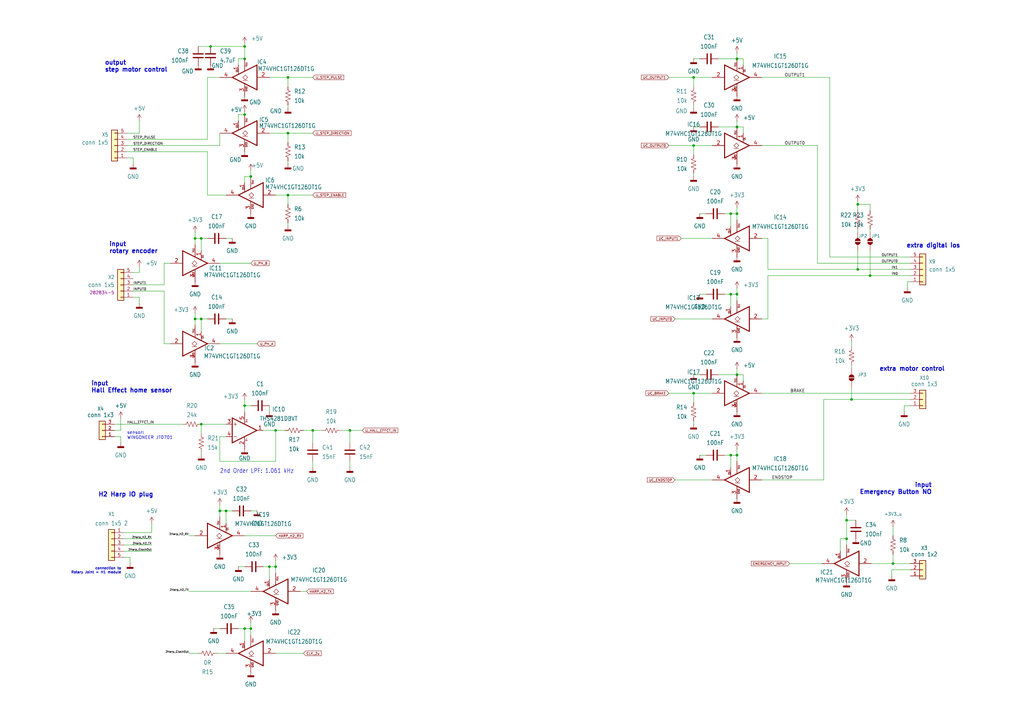
<source format=kicad_sch>
(kicad_sch (version 20250114) (generator "eeschema") (generator_version "9.0")
  (paper "A3")
  (text "input\nEmergency Button NO" (at 382.27 202.946 0) (effects (font (size 1.778 1.778) (thickness 0.3556) (bold yes)) (justify right bottom)))
  (text "input\nrotary encoder" (at 44.704 104.14 0) (effects (font (size 1.778 1.778) (thickness 0.3556) (bold yes)) (justify left bottom)))
  (text "output\nstep motor control" (at 42.926 29.718 0) (effects (font (size 1.778 1.778) (thickness 0.3556) (bold yes)) (justify left bottom)))
  (text "extra motor control" (at 387.604 152.4 0) (effects (font (size 1.778 1.778) (thickness 0.3556) (bold yes)) (justify right bottom)))
  (text "sensor:\nWINGONEER JT0701" (at 52.07 180.34 0) (effects (font (size 1.27 1.27)) (justify left bottom)))
  (text "input\nHall Effect home sensor" (at 37.338 161.29 0) (effects (font (size 1.778 1.778) (thickness 0.3556) (bold yes)) (justify left bottom)))
  (text "H2 Harp IO plug" (at 62.992 203.962 0) (effects (font (size 1.778 1.778) (thickness 0.3556) (bold yes)) (justify right bottom)))
  (text "connection to\nRotary Joint = H1 module" (at 49.784 235.458 0) (effects (font (size 1.016 1.016) (thickness 0.2032) (bold yes)) (justify right bottom)))
  (text "2nd Order LPF: 1.061 kHz" (at 90.17 194.31 0) (effects (font (size 1.778 1.5113)) (justify left bottom)))
  (text "extra digital ios" (at 393.954 101.854 0) (effects (font (size 1.778 1.778) (thickness 0.3556) (bold yes)) (justify right bottom)))
  (junction (at 86.36 19.05))
  (junction (at 82.55 97.79))
  (junction (at 299.72 120.65))
  (junction (at 80.01 97.79))
  (junction (at 299.72 186.69))
  (junction (at 356.87 113.03))
  (junction (at 118.11 54.61))
  (junction (at 347.218 213.36))
  (junction (at 302.26 24.13))
  (junction (at 113.03 176.53))
  (junction (at 113.03 232.41))
  (junction (at 299.72 87.63))
  (junction (at 351.79 83.82))
  (junction (at 351.79 110.49))
  (junction (at 366.268 231.14))
  (junction (at 302.26 186.69))
  (junction (at 118.11 80.01))
  (junction (at 102.87 257.81))
  (junction (at 100.33 166.37))
  (junction (at 284.48 31.75))
  (junction (at 302.26 87.63))
  (junction (at 80.01 130.81))
  (junction (at 302.26 153.67))
  (junction (at 284.48 161.29))
  (junction (at 82.55 173.99))
  (junction (at 118.11 31.75))
  (junction (at 110.49 232.41))
  (junction (at 284.48 59.69))
  (junction (at 349.25 163.83))
  (junction (at 302.26 120.65))
  (junction (at 92.71 209.55))
  (junction (at 100.33 24.13))
  (junction (at 100.33 257.81))
  (junction (at 90.17 209.55))
  (junction (at 143.51 176.53))
  (junction (at 100.33 46.99))
  (junction (at 302.26 52.07))
  (junction (at 102.87 72.39))
  (junction (at 128.27 176.53))
  (junction (at 82.55 130.81))
  (junction (at 347.218 220.98))
  (junction (at 100.33 19.05))
  (wire (pts (xy 52.07 64.77) (xy 54.61 64.77)) (stroke (width 0.1524)))
  (wire (pts (xy 302.26 21.59) (xy 302.26 24.13)))
  (wire (pts (xy 314.96 110.49) (xy 314.96 97.79)) (stroke (width 0.1524)))
  (wire (pts (xy 107.95 176.53) (xy 113.03 176.53)) (stroke (width 0.1524)))
  (wire (pts (xy 113.03 176.53) (xy 116.84 176.53)) (stroke (width 0.1524)))
  (wire (pts (xy 284.48 71.12) (xy 284.48 72.39)) (stroke (width 0.1524)))
  (wire (pts (xy 52.07 54.61) (xy 57.15 54.61)) (stroke (width 0.1524)))
  (wire (pts (xy 90.17 257.81) (xy 87.63 257.81)) (stroke (width 0.1524)))
  (wire (pts (xy 67.31 119.38) (xy 54.61 119.38)) (stroke (width 0.1524)))
  (wire (pts (xy 128.27 176.53) (xy 132.08 176.53)) (stroke (width 0.1524)))
  (wire (pts (xy 67.31 107.95) (xy 69.85 107.95)) (stroke (width 0.1524)))
  (wire (pts (xy 105.41 209.55) (xy 102.87 209.55)) (stroke (width 0.1524)))
  (wire (pts (xy 373.38 115.57) (xy 372.11 115.57)) (stroke (width 0.1524)))
  (wire (pts (xy 85.09 80.01) (xy 92.71 80.01)) (stroke (width 0.1524)))
  (wire (pts (xy 128.27 181.61) (xy 128.27 176.53)) (stroke (width 0.1524)))
  (wire (pts (xy 351.79 83.82) (xy 356.87 83.82)))
  (wire (pts (xy 312.42 196.85) (xy 337.82 196.85)) (stroke (width 0.1524)))
  (wire (pts (xy 85.09 130.81) (xy 82.55 130.81)) (stroke (width 0.1524)))
  (wire (pts (xy 299.72 87.63) (xy 302.26 87.63)) (stroke (width 0.1524)))
  (wire (pts (xy 54.61 121.92) (xy 57.15 121.92)) (stroke (width 0.1524)))
  (wire (pts (xy 90.17 189.23) (xy 90.17 179.07)) (stroke (width 0.1524)))
  (wire (pts (xy 312.42 59.69) (xy 335.28 59.69)) (stroke (width 0.1524)))
  (wire (pts (xy 113.03 80.01) (xy 118.11 80.01)) (stroke (width 0.1524)))
  (wire (pts (xy 50.8 223.52) (xy 62.23 223.52)) (stroke (width 0.1524)))
  (wire (pts (xy 302.26 151.13) (xy 302.26 153.67)))
  (wire (pts (xy 302.26 186.69) (xy 302.26 184.15)) (stroke (width 0.1524)))
  (wire (pts (xy 289.56 120.65) (xy 287.02 120.65)) (stroke (width 0.1524)))
  (wire (pts (xy 143.51 189.23) (xy 143.51 191.77)) (stroke (width 0.1524)))
  (wire (pts (xy 92.71 214.63) (xy 92.71 209.55)) (stroke (width 0.1524)))
  (wire (pts (xy 118.11 54.61) (xy 128.27 54.61)) (stroke (width 0.1524)))
  (wire (pts (xy 100.33 17.78) (xy 100.33 19.05)))
  (wire (pts (xy 90.17 179.07) (xy 92.71 179.07)) (stroke (width 0.1524)))
  (wire (pts (xy 337.058 231.14) (xy 323.85 231.14)))
  (wire (pts (xy 302.26 120.65) (xy 302.26 118.11)) (stroke (width 0.1524)))
  (wire (pts (xy 100.33 19.05) (xy 100.33 24.13)))
  (wire (pts (xy 284.48 43.18) (xy 284.48 44.45)) (stroke (width 0.1524)))
  (wire (pts (xy 284.48 31.75) (xy 284.48 35.56)) (stroke (width 0.1524)))
  (wire (pts (xy 52.07 59.69) (xy 90.17 59.69)) (stroke (width 0.1524)))
  (wire (pts (xy 284.48 172.72) (xy 284.48 173.99)))
  (wire (pts (xy 100.33 166.37) (xy 102.87 166.37)) (stroke (width 0.1524)))
  (wire (pts (xy 344.678 220.98) (xy 347.218 220.98)) (stroke (width 0.1524)))
  (wire (pts (xy 50.8 226.06) (xy 62.23 226.06)))
  (wire (pts (xy 292.1 59.69) (xy 284.48 59.69)) (stroke (width 0.1524)))
  (wire (pts (xy 85.09 57.15) (xy 85.09 31.75)) (stroke (width 0.1524)))
  (wire (pts (xy 54.61 64.77) (xy 54.61 67.31)) (stroke (width 0.1524)))
  (wire (pts (xy 365.76 233.68) (xy 373.38 233.68)) (stroke (width 0.1524)))
  (wire (pts (xy 302.26 153.67) (xy 294.64 153.67)) (stroke (width 0.1524)))
  (wire (pts (xy 297.18 120.65) (xy 299.72 120.65)) (stroke (width 0.1524)))
  (wire (pts (xy 95.25 209.55) (xy 92.71 209.55)) (stroke (width 0.1524)))
  (wire (pts (xy 82.55 97.79) (xy 80.01 97.79)) (stroke (width 0.1524)))
  (wire (pts (xy 314.96 97.79) (xy 312.42 97.79)) (stroke (width 0.1524)))
  (wire (pts (xy 347.218 210.82) (xy 347.218 213.36)))
  (wire (pts (xy 356.87 113.03) (xy 373.38 113.03)) (stroke (width 0.1524)))
  (wire (pts (xy 52.07 57.15) (xy 85.09 57.15)) (stroke (width 0.1524)))
  (wire (pts (xy 81.28 19.05) (xy 86.36 19.05)))
  (wire (pts (xy 284.48 161.29) (xy 274.32 161.29)) (stroke (width 0.1524)))
  (wire (pts (xy 50.8 218.44) (xy 62.23 218.44)) (stroke (width 0.1524)))
  (wire (pts (xy 67.31 140.97) (xy 67.31 119.38)) (stroke (width 0.1524)))
  (wire (pts (xy 304.8 26.67) (xy 304.8 24.13)) (stroke (width 0.1524)))
  (wire (pts (xy 110.49 232.41) (xy 113.03 232.41)) (stroke (width 0.1524)))
  (wire (pts (xy 366.268 227.33) (xy 366.268 231.14)) (stroke (width 0.1524)))
  (wire (pts (xy 115.57 267.97) (xy 124.46 267.97)))
  (wire (pts (xy 287.02 153.67) (xy 284.48 153.67)) (stroke (width 0.1524)))
  (wire (pts (xy 373.38 105.41) (xy 340.36 105.41)) (stroke (width 0.1524)))
  (wire (pts (xy 294.64 24.13) (xy 302.26 24.13)) (stroke (width 0.1524)))
  (wire (pts (xy 118.11 43.18) (xy 118.11 44.45)) (stroke (width 0.1524)))
  (wire (pts (xy 80.01 95.25) (xy 80.01 97.79)) (stroke (width 0.1524)))
  (wire (pts (xy 304.8 52.07) (xy 302.26 52.07)) (stroke (width 0.1524)))
  (wire (pts (xy 97.79 257.81) (xy 100.33 257.81)) (stroke (width 0.1524)))
  (wire (pts (xy 69.85 140.97) (xy 67.31 140.97)) (stroke (width 0.1524)))
  (wire (pts (xy 110.49 54.61) (xy 118.11 54.61)) (stroke (width 0.1524)))
  (wire (pts (xy 113.03 189.23) (xy 90.17 189.23)) (stroke (width 0.1524)))
  (wire (pts (xy 97.79 49.53) (xy 97.79 46.99)) (stroke (width 0.1524)))
  (wire (pts (xy 373.38 107.95) (xy 335.28 107.95)) (stroke (width 0.1524)))
  (wire (pts (xy 100.33 45.72) (xy 100.33 46.99)))
  (wire (pts (xy 86.36 19.05) (xy 100.33 19.05)))
  (wire (pts (xy 314.96 110.49) (xy 351.79 110.49)) (stroke (width 0.1524)))
  (wire (pts (xy 100.33 232.41) (xy 97.79 232.41)) (stroke (width 0.1524)))
  (wire (pts (xy 366.268 218.44) (xy 366.268 215.9)))
  (wire (pts (xy 102.87 242.57) (xy 77.47 242.57)) (stroke (width 0.1524)))
  (wire (pts (xy 100.33 72.39) (xy 102.87 72.39)) (stroke (width 0.1524)))
  (wire (pts (xy 349.25 139.7) (xy 349.25 142.24)))
  (wire (pts (xy 50.8 228.6) (xy 53.34 228.6)) (stroke (width 0.1524)))
  (wire (pts (xy 90.17 207.01) (xy 90.17 209.55)) (stroke (width 0.1524)))
  (wire (pts (xy 287.02 87.63) (xy 289.56 87.63)) (stroke (width 0.1524)))
  (wire (pts (xy 85.09 97.79) (xy 82.55 97.79)) (stroke (width 0.1524)))
  (wire (pts (xy 302.26 52.07) (xy 294.64 52.07)) (stroke (width 0.1524)))
  (wire (pts (xy 292.1 97.79) (xy 279.4 97.79)) (stroke (width 0.1524)))
  (wire (pts (xy 299.72 125.73) (xy 299.72 120.65)) (stroke (width 0.1524)))
  (wire (pts (xy 123.19 242.57) (xy 125.73 242.57)) (stroke (width 0.1524)))
  (wire (pts (xy 299.72 120.65) (xy 302.26 120.65)) (stroke (width 0.1524)))
  (wire (pts (xy 366.268 218.44) (xy 366.268 219.71)) (stroke (width 0.1524)))
  (wire (pts (xy 349.25 158.75) (xy 349.25 163.83)))
  (wire (pts (xy 287.02 24.13) (xy 284.48 24.13)) (stroke (width 0.1524)))
  (wire (pts (xy 110.49 237.49) (xy 110.49 232.41)) (stroke (width 0.1524)))
  (wire (pts (xy 118.11 31.75) (xy 128.27 31.75)) (stroke (width 0.1524)))
  (wire (pts (xy 80.01 97.79) (xy 80.01 100.33)) (stroke (width 0.1524)))
  (wire (pts (xy 118.11 80.01) (xy 128.27 80.01)) (stroke (width 0.1524)))
  (wire (pts (xy 118.11 57.15) (xy 118.11 54.61)) (stroke (width 0.1524)))
  (wire (pts (xy 292.1 130.81) (xy 276.86 130.81)) (stroke (width 0.1524)))
  (wire (pts (xy 302.26 87.63) (xy 302.26 90.17)) (stroke (width 0.1524)))
  (wire (pts (xy 373.38 166.37) (xy 370.84 166.37)) (stroke (width 0.1524)))
  (wire (pts (xy 50.8 220.98) (xy 62.23 220.98)) (stroke (width 0.1524)))
  (wire (pts (xy 372.11 115.57) (xy 372.11 118.11)) (stroke (width 0.1524)))
  (wire (pts (xy 85.09 80.01) (xy 85.09 62.23)) (stroke (width 0.1524)))
  (wire (pts (xy 356.87 102.87) (xy 356.87 113.03)))
  (wire (pts (xy 304.8 24.13) (xy 302.26 24.13)) (stroke (width 0.1524)))
  (wire (pts (xy 302.26 49.53) (xy 302.26 52.07)))
  (wire (pts (xy 57.15 49.53) (xy 57.15 54.61)) (stroke (width 0.1524)))
  (wire (pts (xy 292.1 196.85) (xy 276.86 196.85)) (stroke (width 0.1524)))
  (wire (pts (xy 67.31 116.84) (xy 54.61 116.84)) (stroke (width 0.1524)))
  (wire (pts (xy 113.03 176.53) (xy 113.03 189.23)) (stroke (width 0.1524)))
  (wire (pts (xy 92.71 173.99) (xy 82.55 173.99)) (stroke (width 0.1524)))
  (wire (pts (xy 304.8 153.67) (xy 302.26 153.67)) (stroke (width 0.1524)))
  (wire (pts (xy 82.55 130.81) (xy 80.01 130.81)) (stroke (width 0.1524)))
  (wire (pts (xy 118.11 57.15) (xy 118.11 58.42)))
  (wire (pts (xy 314.96 113.03) (xy 356.87 113.03)) (stroke (width 0.1524)))
  (wire (pts (xy 113.03 232.41) (xy 113.03 229.87)) (stroke (width 0.1524)))
  (wire (pts (xy 304.8 54.61) (xy 304.8 52.07)) (stroke (width 0.1524)))
  (wire (pts (xy 74.93 173.99) (xy 46.99 173.99)) (stroke (width 0.1524)))
  (wire (pts (xy 49.53 179.07) (xy 49.53 181.61)) (stroke (width 0.1524)))
  (wire (pts (xy 85.09 62.23) (xy 52.07 62.23)) (stroke (width 0.1524)))
  (wire (pts (xy 302.26 186.69) (xy 302.26 189.23)) (stroke (width 0.1524)))
  (wire (pts (xy 304.8 156.21) (xy 304.8 153.67)) (stroke (width 0.1524)))
  (wire (pts (xy 284.48 59.69) (xy 284.48 63.5)) (stroke (width 0.1524)))
  (wire (pts (xy 351.79 102.87) (xy 351.79 110.49)))
  (wire (pts (xy 82.55 102.87) (xy 82.55 97.79)) (stroke (width 0.1524)))
  (wire (pts (xy 82.55 173.99) (xy 82.55 176.53)) (stroke (width 0.1524)))
  (wire (pts (xy 299.72 92.71) (xy 299.72 87.63)) (stroke (width 0.1524)))
  (wire (pts (xy 46.99 176.53) (xy 49.53 176.53)) (stroke (width 0.1524)))
  (wire (pts (xy 302.26 120.65) (xy 302.26 123.19)) (stroke (width 0.1524)))
  (wire (pts (xy 100.33 74.93) (xy 100.33 72.39)) (stroke (width 0.1524)))
  (wire (pts (xy 118.11 91.44) (xy 118.11 92.71)))
  (wire (pts (xy 118.11 66.04) (xy 118.11 67.31)))
  (wire (pts (xy 100.33 166.37) (xy 100.33 168.91)) (stroke (width 0.1524)))
  (wire (pts (xy 369.57 231.14) (xy 373.38 231.14)))
  (wire (pts (xy 62.23 214.63) (xy 62.23 218.44)) (stroke (width 0.1524)))
  (wire (pts (xy 95.25 97.79) (xy 92.71 97.79)) (stroke (width 0.1524)))
  (wire (pts (xy 347.218 220.98) (xy 347.218 223.52)) (stroke (width 0.1524)))
  (wire (pts (xy 100.33 262.89) (xy 100.33 257.81)) (stroke (width 0.1524)))
  (wire (pts (xy 299.72 191.77) (xy 299.72 186.69)) (stroke (width 0.1524)))
  (wire (pts (xy 297.18 87.63) (xy 299.72 87.63)) (stroke (width 0.1524)))
  (wire (pts (xy 349.25 163.83) (xy 373.38 163.83)) (stroke (width 0.1524)))
  (wire (pts (xy 124.46 176.53) (xy 128.27 176.53)) (stroke (width 0.1524)))
  (wire (pts (xy 102.87 69.85) (xy 102.87 72.39)))
  (wire (pts (xy 54.61 111.76) (xy 57.15 111.76)) (stroke (width 0.1524)))
  (wire (pts (xy 312.42 31.75) (xy 340.36 31.75)) (stroke (width 0.1524)))
  (wire (pts (xy 284.48 31.75) (xy 274.32 31.75)) (stroke (width 0.1524)))
  (wire (pts (xy 357.378 231.14) (xy 366.268 231.14)) (stroke (width 0.1524)))
  (wire (pts (xy 302.26 85.09) (xy 302.26 87.63)) (stroke (width 0.1524)))
  (wire (pts (xy 90.17 209.55) (xy 90.17 212.09)) (stroke (width 0.1524)))
  (wire (pts (xy 102.87 257.81) (xy 102.87 260.35)) (stroke (width 0.1524)))
  (wire (pts (xy 351.79 83.82) (xy 351.79 86.36)))
  (wire (pts (xy 100.33 163.83) (xy 100.33 166.37)) (stroke (width 0.1524)))
  (wire (pts (xy 337.82 196.85) (xy 337.82 163.83)) (stroke (width 0.1524)))
  (wire (pts (xy 139.7 176.53) (xy 143.51 176.53)) (stroke (width 0.1524)))
  (wire (pts (xy 312.42 130.81) (xy 314.96 130.81)) (stroke (width 0.1524)))
  (wire (pts (xy 49.53 176.53) (xy 49.53 171.45)) (stroke (width 0.1524)))
  (wire (pts (xy 100.33 219.71) (xy 113.03 219.71)) (stroke (width 0.1524)))
  (wire (pts (xy 82.55 135.89) (xy 82.55 130.81)) (stroke (width 0.1524)))
  (wire (pts (xy 90.17 107.95) (xy 102.87 107.95)) (stroke (width 0.1524)))
  (wire (pts (xy 97.79 46.99) (xy 100.33 46.99)) (stroke (width 0.1524)))
  (wire (pts (xy 284.48 59.69) (xy 274.32 59.69)) (stroke (width 0.1524)))
  (wire (pts (xy 299.72 186.69) (xy 302.26 186.69)) (stroke (width 0.1524)))
  (wire (pts (xy 292.1 161.29) (xy 284.48 161.29)) (stroke (width 0.1524)))
  (wire (pts (xy 347.218 213.36) (xy 347.218 220.98)) (stroke (width 0.1524)))
  (wire (pts (xy 113.03 267.97) (xy 115.57 267.97)) (stroke (width 0.1524)))
  (wire (pts (xy 297.18 186.69) (xy 299.72 186.69)) (stroke (width 0.1524)))
  (wire (pts (xy 366.268 231.14) (xy 369.57 231.14)) (stroke (width 0.1524)))
  (wire (pts (xy 356.87 83.82) (xy 356.87 86.36)))
  (wire (pts (xy 53.34 231.14) (xy 53.34 228.6)) (stroke (width 0.1524)))
  (wire (pts (xy 113.03 232.41) (xy 113.03 234.95)) (stroke (width 0.1524)))
  (wire (pts (xy 347.218 213.36) (xy 351.028 213.36)))
  (wire (pts (xy 312.42 161.29) (xy 373.38 161.29)) (stroke (width 0.1524)))
  (wire (pts (xy 287.02 52.07) (xy 284.48 52.07)) (stroke (width 0.1524)))
  (wire (pts (xy 335.28 107.95) (xy 335.28 59.69)) (stroke (width 0.1524)))
  (wire (pts (xy 118.11 80.01) (xy 118.11 83.82)))
  (wire (pts (xy 46.99 179.07) (xy 49.53 179.07)) (stroke (width 0.1524)))
  (wire (pts (xy 57.15 111.76) (xy 57.15 109.22)) (stroke (width 0.1524)))
  (wire (pts (xy 351.79 82.55) (xy 351.79 83.82)))
  (wire (pts (xy 57.15 121.92) (xy 57.15 124.46)) (stroke (width 0.1524)))
  (wire (pts (xy 344.678 226.06) (xy 344.678 220.98)) (stroke (width 0.1524)))
  (wire (pts (xy 356.87 93.98) (xy 356.87 95.25)))
  (wire (pts (xy 143.51 176.53) (xy 148.59 176.53)) (stroke (width 0.1524)))
  (wire (pts (xy 92.71 209.55) (xy 90.17 209.55)) (stroke (width 0.1524)))
  (wire (pts (xy 85.09 31.75) (xy 90.17 31.75)) (stroke (width 0.1524)))
  (wire (pts (xy 110.49 31.75) (xy 118.11 31.75)) (stroke (width 0.1524)))
  (wire (pts (xy 110.49 168.91) (xy 110.49 166.37)) (stroke (width 0.1524)))
  (wire (pts (xy 77.47 219.71) (xy 80.01 219.71)) (stroke (width 0.1524)))
  (wire (pts (xy 370.84 166.37) (xy 370.84 168.91)) (stroke (width 0.1524)))
  (wire (pts (xy 314.96 130.81) (xy 314.96 113.03)) (stroke (width 0.1524)))
  (wire (pts (xy 81.28 267.97) (xy 77.47 267.97)) (stroke (width 0.1524)))
  (wire (pts (xy 351.79 110.49) (xy 373.38 110.49)) (stroke (width 0.1524)))
  (wire (pts (xy 102.87 257.81) (xy 102.87 255.27)) (stroke (width 0.1524)))
  (wire (pts (xy 92.71 267.97) (xy 88.9 267.97)) (stroke (width 0.1524)))
  (wire (pts (xy 292.1 31.75) (xy 284.48 31.75)) (stroke (width 0.1524)))
  (wire (pts (xy 128.27 189.23) (xy 128.27 191.77)) (stroke (width 0.1524)))
  (wire (pts (xy 365.76 233.68) (xy 365.76 236.22)) (stroke (width 0.1524)))
  (wire (pts (xy 92.71 130.81) (xy 95.25 130.81)) (stroke (width 0.1524)))
  (wire (pts (xy 82.55 176.53) (xy 82.55 177.8)))
  (wire (pts (xy 80.01 130.81) (xy 80.01 128.27)) (stroke (width 0.1524)))
  (wire (pts (xy 340.36 105.41) (xy 340.36 31.75)) (stroke (width 0.1524)))
  (wire (pts (xy 143.51 176.53) (xy 143.51 181.61)) (stroke (width 0.1524)))
  (wire (pts (xy 80.01 130.81) (xy 80.01 133.35)) (stroke (width 0.1524)))
  (wire (pts (xy 90.17 140.97) (xy 105.41 140.97)) (stroke (width 0.1524)))
  (wire (pts (xy 67.31 116.84) (xy 67.31 107.95)) (stroke (width 0.1524)))
  (wire (pts (xy 90.17 59.69) (xy 90.17 54.61)) (stroke (width 0.1524)))
  (wire (pts (xy 289.56 186.69) (xy 287.02 186.69)) (stroke (width 0.1524)))
  (wire (pts (xy 97.79 24.13) (xy 100.33 24.13)) (stroke (width 0.1524)))
  (wire (pts (xy 351.79 93.98) (xy 351.79 95.25)))
  (wire (pts (xy 82.55 185.42) (xy 82.55 186.69)))
  (wire (pts (xy 284.48 161.29) (xy 284.48 165.1)))
  (wire (pts (xy 107.95 232.41) (xy 110.49 232.41)) (stroke (width 0.1524)))
  (wire (pts (xy 337.82 163.83) (xy 349.25 163.83)) (stroke (width 0.1524)))
  (wire (pts (xy 97.79 26.67) (xy 97.79 24.13)) (stroke (width 0.1524)))
  (wire (pts (xy 100.33 257.81) (xy 102.87 257.81)) (stroke (width 0.1524)))
  (wire (pts (xy 349.25 149.86) (xy 349.25 151.13)))
  (wire (pts (xy 118.11 31.75) (xy 118.11 35.56)) (stroke (width 0.1524)))
  (label "IN0" (at 368.3 113.03 180) (effects (font (size 0.9957 0.9957))))
  (label "OUTPUT0" (at 330.2 59.69 180) (effects (font (size 1.2446 1.2446))))
  (label "STEP_DIRECTION" (at 54.61 59.69 0) (effects (font (size 0.9957 0.9957))))
  (label "INPUT1" (at 54.61 116.84 0) (effects (font (size 0.9957 0.9957))))
  (label "2Harp_H2_RX" (at 62.23 220.98 180) (effects (font (size 0.8 0.8))))
  (label "OUTPUT0" (at 368.3 107.95 180) (effects (font (size 0.9957 0.9957))))
  (label "2Harp_ClockOut" (at 77.47 267.97 180) (effects (font (size 0.8 0.8))))
  (label "2Harp_H2_TX" (at 77.47 242.57 180) (effects (font (size 0.8 0.8))))
  (label "STEP_PULSE" (at 54.61 57.15 0) (effects (font (size 0.9957 0.9957))))
  (label "INPUT0" (at 54.61 119.38 0) (effects (font (size 0.9957 0.9957))))
  (label "OUTPUT1" (at 368.3 105.41 180) (effects (font (size 0.9957 0.9957))))
  (label "OUTPUT1" (at 330.2 31.75 180) (effects (font (size 1.2446 1.2446))))
  (label "2Harp_ClockOut" (at 62.23 226.06 180) (effects (font (size 0.8 0.8))))
  (label "HALL_EFFCT_IN" (at 52.07 173.99 0) (effects (font (size 0.9957 0.9957))))
  (label "IN1" (at 368.3 110.49 180) (effects (font (size 0.9957 0.9957))))
  (label "BRAKE" (at 330.2 161.29 180) (effects (font (size 1.2446 1.2446))))
  (label "ENDSTOP" (at 325.12 196.85 180) (effects (font (size 1.2446 1.2446))))
  (label "2Harp_H2_TX" (at 62.23 223.52 180) (effects (font (size 0.8 0.8))))
  (label "2Harp_H2_RX" (at 77.47 219.71 180) (effects (font (size 0.8 0.8))))
  (label "STEP_ENABLE" (at 54.61 62.23 0) (effects (font (size 0.9957 0.9957))))
  (global_label "UC_OUTPUT0" (shape input) (at 274.32 59.69 180) (effects (font (size 0.9957 0.9957))) (property "Intersheetrefs" "${INTERSHEET_REFS}" (effects (hide yes))))
  (global_label "U_HALL_EFFCT_IN" (shape input) (at 148.59 176.53 0) (effects (font (size 0.9957 0.9957))) (property "Intersheetrefs" "${INTERSHEET_REFS}" (effects (hide yes))))
  (global_label "U_PH_A" (shape input) (at 105.41 140.97 0) (effects (font (size 0.9957 0.9957))) (property "Intersheetrefs" "${INTERSHEET_REFS}" (effects (hide yes))))
  (global_label "U_STEP_DIRECTION" (shape input) (at 128.27 54.61 0) (effects (font (size 0.9957 0.9957))) (property "Intersheetrefs" "${INTERSHEET_REFS}" (effects (hide yes))))
  (global_label "U_PH_B" (shape input) (at 102.87 107.95 0) (effects (font (size 0.9957 0.9957))) (property "Intersheetrefs" "${INTERSHEET_REFS}" (effects (hide yes))))
  (global_label "UC_INPUT1" (shape input) (at 279.4 97.79 180) (effects (font (size 0.9957 0.9957))) (property "Intersheetrefs" "${INTERSHEET_REFS}" (effects (hide yes))))
  (global_label "EMERGENCY_INPUT" (shape input) (at 323.85 231.14 180) (effects (font (size 0.9957 0.9957))) (property "Intersheetrefs" "${INTERSHEET_REFS}" (effects (hide yes))))
  (global_label "U_STEP_ENABLE" (shape input) (at 128.27 80.01 0) (effects (font (size 0.9957 0.9957))) (property "Intersheetrefs" "${INTERSHEET_REFS}" (effects (hide yes))))
  (global_label "U_STEP_PULSE" (shape input) (at 128.27 31.75 0) (effects (font (size 0.9957 0.9957))) (property "Intersheetrefs" "${INTERSHEET_REFS}" (effects (hide yes))))
  (global_label "UC_INPUT0" (shape input) (at 276.86 130.81 180) (effects (font (size 0.9957 0.9957))) (property "Intersheetrefs" "${INTERSHEET_REFS}" (effects (hide yes))))
  (global_label "CLK_2u" (shape input) (at 124.46 267.97 0) (effects (font (size 0.9957 0.9957))) (property "Intersheetrefs" "${INTERSHEET_REFS}" (effects (hide yes))))
  (global_label "HARP_H2_RX" (shape input) (at 113.03 219.71 0) (effects (font (size 0.9957 0.9957))) (property "Intersheetrefs" "${INTERSHEET_REFS}" (effects (hide yes))))
  (global_label "HARP_H2_TX" (shape input) (at 125.73 242.57 0) (effects (font (size 0.9957 0.9957))) (property "Intersheetrefs" "${INTERSHEET_REFS}" (effects (hide yes))))
  (global_label "UC_BRAKE" (shape input) (at 274.32 161.29 180) (effects (font (size 0.9957 0.9957))) (property "Intersheetrefs" "${INTERSHEET_REFS}" (effects (hide yes))))
  (global_label "UC_OUTPUT1" (shape input) (at 274.32 31.75 180) (effects (font (size 0.9957 0.9957))) (property "Intersheetrefs" "${INTERSHEET_REFS}" (effects (hide yes))))
  (global_label "UC_ENDSTOP" (shape input) (at 276.86 196.85 180) (effects (font (size 0.9957 0.9957))) (property "Intersheetrefs" "${INTERSHEET_REFS}" (effects (hide yes))))
  (symbol (lib_id "Device:R_US") (at 349.25 146.05 0) (mirror x) (unit 1)
    (property "Reference" "R16" (at 346.71 144.145 0) (effects (font (size 1.778 1.5113)) (justify right)))
    (property "Value" "10k" (at 346.71 147.955 0) (effects (font (size 1.778 1.5113)) (justify right)))
    (property "Footprint" "Resistor_SMD:R_0402_1005Metric" (effects (hide yes)))
    (property "MPN" "ERJ-2RKF1002X" (effects (hide yes)))
    (property "OEPSPN" "OEPS020013" (effects (hide yes)))
  )
  (symbol (lib_id "power:GNDD") (at 80.01 115.57 0) (mirror y) (unit 1)
    (property "Reference" "#GND19" (effects (hide yes)))
    (property "Value" "GND" (at 80.01 120.65 0) (effects (font (size 1.778 1.5113))))
  )
  (symbol (lib_id "power:GNDD") (at 284.48 52.07 0) (unit 1)
    (property "Reference" "#GND66" (effects (hide yes)))
    (property "Value" "GND" (at 284.48 57.15 0) (effects (font (size 1.778 1.5113))))
  )
  (symbol (lib_id "power:+5V") (at 102.87 69.85 0) (mirror y) (unit 1)
    (property "Reference" "#P+13" (effects (hide yes)))
    (property "Value" "+5V" (at 103.124 67.818 0) (effects (font (size 1.778 1.5113)) (justify right)))
  )
  (symbol (lib_id "Connector_Generic:Conn_01x03") (at 41.91 176.53 180) (unit 1)
    (property "Reference" "X4" (at 41.275 167.64 0) (effects (font (size 1.524 1.2954))))
    (property "Value" "conn 1x3" (at 41.275 170.18 0) (effects (font (size 1.778 1.5113))))
    (property "Footprint" "FastStepper PCBLib:22-23-2031" (effects (hide yes)))
    (property "Description" ".100\" (2.54mm) Center Header - 3 Pin" (effects (hide yes)))
    (property "MPN" "282834-3" (effects (hide yes)))
    (property "OEPSPN" "OEPS070035" (effects (hide yes)))
  )
  (symbol (lib_id "power:+3V3") (at 302.26 118.11 0) (unit 1)
    (property "Reference" "#+3V1" (effects (hide yes)))
    (property "Value" "+3V3" (at 304.8 116.84 0) (effects (font (size 1.778 1.5113)) (justify left)))
  )
  (symbol (lib_id "power:GNDD") (at 102.87 275.59 0) (unit 1)
    (property "Reference" "#GND073" (effects (hide yes)))
    (property "Value" "GND" (at 102.87 280.67 0) (effects (font (size 1.778 1.5113))))
  )
  (symbol (lib_id "Device:C") (at 128.27 185.42 180) (unit 1)
    (property "Reference" "C41" (at 132.08 183.515 0) (effects (font (size 1.778 1.5113)) (justify right)))
    (property "Value" "15nF" (at 132.08 187.325 0) (effects (font (size 1.778 1.5113)) (justify right)))
    (property "Footprint" "Capacitor_SMD:C_0402_1005Metric" (effects (hide yes)))
    (property "MPN" "CGA2B3X7R1V153K050BB" (effects (hide yes)))
    (property "OEPSPN" "OEPS010023" (effects (hide yes)))
  )
  (symbol (lib_id "Connector_Generic:Conn_01x03") (at 378.46 163.83 0) (mirror x) (unit 1)
    (property "Reference" "X10" (at 379.095 154.94 0) (effects (font (size 1.524 1.2954))))
    (property "Value" "conn 1x3" (at 379.095 157.48 0) (effects (font (size 1.778 1.5113))))
    (property "Footprint" "FastStepper PCBLib:22-23-2031" (effects (hide yes)))
    (property "Description" ".100\" (2.54mm) Center Header - 3 Pin" (effects (hide yes)))
    (property "MPN" "282834-3" (effects (hide yes)))
    (property "OEPSPN" "OEPS070035" (effects (hide yes)))
  )
  (symbol (lib_id "power:GNDD") (at 86.36 26.67 0) (unit 1)
    (property "Reference" "#GND085" (effects (hide yes)))
    (property "Value" "GND" (at 89.154 26.924 0) (effects (font (size 1.778 1.5113))))
  )
  (symbol (lib_id "power:+5V") (at 57.15 49.53 0) (mirror y) (unit 1)
    (property "Reference" "#P+1" (effects (hide yes)))
    (property "Value" "+5V" (at 57.15 44.45 0) (effects (font (size 1.778 1.5113))))
  )
  (symbol (lib_id "Device:C") (at 290.83 153.67 270) (mirror x) (unit 1)
    (property "Reference" "C22" (at 290.83 144.78 90) (effects (font (size 1.778 1.5113))))
    (property "Value" "100nF" (at 290.83 148.59 90) (effects (font (size 1.778 1.5113))))
    (property "Footprint" "Capacitor_SMD:C_0402_1005Metric" (effects (hide yes)))
    (property "MPN" "CGA2B3X7R1H104K050BB" (effects (hide yes)))
    (property "OEPSPN" "OEPS010016" (effects (hide yes)))
  )
  (symbol (lib_id "FastStepper SymbLib:OPA365") (at 100.33 176.53 0) (unit 1)
    (property "Reference" "IC10" (at 114.3 167.8557 0) (effects (font (size 1.778 1.5113))))
    (property "Value" "THS4281DBVT" (at 114.3 171.6657 0) (effects (font (size 1.778 1.5113))))
    (property "Footprint" "Package_TO_SOT_SMD:SOT-23-5" (effects (hide yes)))
    (property "MPN" "THS4281DBVT" (effects (hide yes)))
    (property "OEPSPN" "OEPS080038" (effects (hide yes)))
  )
  (symbol (lib_id "FastStepper SymbLib:M74VHC1GT126DT1G") (at 102.87 80.01 0) (mirror y) (unit 1)
    (property "Reference" "IC6" (at 110.744 73.914 0) (effects (font (size 1.778 1.5113))))
    (property "Value" "M74VHC1GT126DT1G" (at 120.396 76.708 0) (effects (font (size 1.778 1.5113))))
    (property "Footprint" "Package_SO:TSOP-5_1.65x3.05mm_P0.95mm" (effects (hide yes)))
    (property "MPN" "M74VHC1GT126DT1G" (effects (hide yes)))
    (property "OEPSPN" "OEPS080017" (effects (hide yes)))
  )
  (symbol (lib_id "Device:C") (at 88.9 97.79 90) (unit 1)
    (property "Reference" "C17" (at 88.9 88.9 90) (effects (font (size 1.778 1.5113))))
    (property "Value" "100nF" (at 88.9 92.71 90) (effects (font (size 1.778 1.5113))))
    (property "Footprint" "Capacitor_SMD:C_0402_1005Metric" (effects (hide yes)))
    (property "MPN" "CGA2B3X7R1H104K050BB" (effects (hide yes)))
    (property "OEPSPN" "OEPS010016" (effects (hide yes)))
  )
  (symbol (lib_id "power:GNDD") (at 53.34 231.14 0) (mirror y) (unit 1)
    (property "Reference" "#GND5" (effects (hide yes)))
    (property "Value" "GND" (at 53.34 236.22 0) (effects (font (size 1.778 1.5113))))
  )
  (symbol (lib_id "power:+3V3") (at 100.33 163.83 0) (mirror y) (unit 1)
    (property "Reference" "#+3V7" (effects (hide yes)))
    (property "Value" "+3V3" (at 97.79 162.56 0) (effects (font (size 1.778 1.5113)) (justify left)))
  )
  (symbol (lib_id "power:GNDD") (at 284.48 72.39 0) (unit 1)
    (property "Reference" "#GND53" (effects (hide yes)))
    (property "Value" "GND" (at 284.48 77.47 0) (effects (font (size 1.778 1.5113))))
  )
  (symbol (lib_id "power:+3V3") (at 351.79 82.55 0) (unit 1)
    (property "Reference" "#+3V017" (effects (hide yes)))
    (property "Value" "+3V3" (at 351.79 77.47 0) (effects (font (size 1.778 1.5113))))
  )
  (symbol (lib_id "power:GNDD") (at 90.17 227.33 0) (mirror y) (unit 1)
    (property "Reference" "#GND09" (effects (hide yes)))
    (property "Value" "GND" (at 90.17 232.41 0) (effects (font (size 1.778 1.5113))))
  )
  (symbol (lib_id "power:GNDD") (at 80.01 148.59 0) (mirror y) (unit 1)
    (property "Reference" "#GND16" (effects (hide yes)))
    (property "Value" "GND" (at 80.01 153.67 0) (effects (font (size 1.778 1.5113))))
  )
  (symbol (lib_id "power:+3V3") (at 349.25 139.7 0) (unit 1)
    (property "Reference" "#+3V018" (effects (hide yes)))
    (property "Value" "+3V3" (at 349.25 134.62 0) (effects (font (size 1.778 1.5113))))
  )
  (symbol (lib_id "FastStepper SymbLib:M74VHC1GT126DT1G") (at 80.01 107.95 0) (unit 1)
    (property "Reference" "IC11" (at 88.392 109.982 0) (effects (font (size 1.778 1.5113))))
    (property "Value" "M74VHC1GT126DT1G" (at 95.25 112.776 0) (effects (font (size 1.778 1.5113))))
    (property "Footprint" "Package_SO:TSOP-5_1.65x3.05mm_P0.95mm" (effects (hide yes)))
    (property "MPN" "M74VHC1GT126DT1G" (effects (hide yes)))
    (property "OEPSPN" "OEPS080017" (effects (hide yes)))
  )
  (symbol (lib_id "FastStepper SymbLib:M74VHC1GT126DT1G") (at 302.26 196.85 0) (mirror y) (unit 1)
    (property "Reference" "IC18" (at 320.04 188.1757 0) (effects (font (size 1.778 1.5113))))
    (property "Value" "M74VHC1GT126DT1G" (at 320.04 191.9857 0) (effects (font (size 1.778 1.5113))))
    (property "Footprint" "Package_SO:TSOP-5_1.65x3.05mm_P0.95mm" (effects (hide yes)))
    (property "MPN" "M74VHC1GT126DT1G" (effects (hide yes)))
    (property "OEPSPN" "OEPS080017" (effects (hide yes)))
  )
  (symbol (lib_id "FastStepper SymbLib:M74VHC1GT126DT1G") (at 302.26 31.75 0) (unit 1)
    (property "Reference" "IC15" (at 320.04 23.0757 0) (effects (font (size 1.778 1.5113))))
    (property "Value" "M74VHC1GT126DT1G" (at 320.04 26.8857 0) (effects (font (size 1.778 1.5113))))
    (property "Footprint" "Package_SO:TSOP-5_1.65x3.05mm_P0.95mm" (effects (hide yes)))
    (property "MPN" "M74VHC1GT126DT1G" (effects (hide yes)))
    (property "OEPSPN" "OEPS080017" (effects (hide yes)))
  )
  (symbol (lib_id "power:GNDD") (at 97.79 232.41 0) (unit 1)
    (property "Reference" "#GND070" (effects (hide yes)))
    (property "Value" "GND" (at 97.79 237.49 0) (effects (font (size 1.778 1.5113))))
  )
  (symbol (lib_id "power:+3V3") (at 90.17 207.01 0) (mirror y) (unit 1)
    (property "Reference" "#+3V012" (effects (hide yes)))
    (property "Value" "+3V3" (at 90.17 201.93 0) (effects (font (size 1.778 1.5113))))
  )
  (symbol (lib_id "FastStepper SymbLib:M74VHC1GT126DT1G") (at 80.01 140.97 0) (unit 1)
    (property "Reference" "IC2" (at 85.852 142.748 0) (effects (font (size 1.778 1.5113))))
    (property "Value" "M74VHC1GT126DT1G" (at 95.25 146.05 0) (effects (font (size 1.778 1.5113))))
    (property "Footprint" "Package_SO:TSOP-5_1.65x3.05mm_P0.95mm" (effects (hide yes)))
    (property "MPN" "M74VHC1GT126DT1G" (effects (hide yes)))
    (property "OEPSPN" "OEPS080017" (effects (hide yes)))
  )
  (symbol (lib_id "power:GNDD") (at 302.26 138.43 0) (unit 1)
    (property "Reference" "#GND15" (effects (hide yes)))
    (property "Value" "GND" (at 302.26 143.51 0) (effects (font (size 1.778 1.5113))))
  )
  (symbol (lib_id "power:GNDD") (at 113.03 250.19 0) (unit 1)
    (property "Reference" "#GND068" (effects (hide yes)))
    (property "Value" "GND" (at 113.03 255.27 0) (effects (font (size 1.778 1.5113))))
  )
  (symbol (lib_id "Device:R_US") (at 118.11 87.63 180) (unit 1)
    (property "Reference" "R6" (at 120.65 85.725 0) (effects (font (size 1.778 1.5113)) (justify right)))
    (property "Value" "10k" (at 120.65 89.535 0) (effects (font (size 1.778 1.5113)) (justify right)))
    (property "Footprint" "Resistor_SMD:R_0402_1005Metric" (effects (hide yes)))
    (property "MPN" "ERJ-2RKF1002X" (effects (hide yes)))
    (property "OEPSPN" "OEPS020013" (effects (hide yes)))
  )
  (symbol (lib_id "Connector_Generic:Conn_01x05") (at 46.99 59.69 180) (unit 1)
    (property "Reference" "X5" (at 44.45 55.2449 0) (effects (font (size 1.524 1.2954)) (justify left)))
    (property "Value" "conn 1x5" (at 44.45 58.42 0) (effects (font (size 1.778 1.5113)) (justify left)))
    (property "Footprint" "FastStepper PCBLib:22-23-2051" (effects (hide yes)))
    (property "Description" ".100\" (2.54mm) Center Header - 5 Pin" (effects (hide yes)))
    (property "MPN" "282834-5" (effects (hide yes)))
    (property "OEPSPN" "OEPS070041" (effects (hide yes)))
  )
  (symbol (lib_id "FastStepper SymbLib:M74VHC1GT126DT1G") (at 347.218 231.14 0) (mirror y) (unit 1)
    (property "Reference" "IC21" (at 339.09 234.696 0) (effects (font (size 1.778 1.5113))))
    (property "Value" "M74VHC1GT126DT1G" (at 345.948 237.998 0) (effects (font (size 1.778 1.5113))))
    (property "Footprint" "Package_SO:TSOP-5_1.65x3.05mm_P0.95mm" (effects (hide yes)))
    (property "MPN" "M74VHC1GT126DT1G" (effects (hide yes)))
    (property "OEPSPN" "OEPS080017" (effects (hide yes)))
  )
  (symbol (lib_id "Device:R_US") (at 120.65 176.53 90) (unit 1)
    (property "Reference" "R17" (at 120.65 180.34 90) (effects (font (size 1.778 1.5113))))
    (property "Value" "10k" (at 120.65 184.15 90) (effects (font (size 1.778 1.5113))))
    (property "Footprint" "Resistor_SMD:R_0402_1005Metric" (effects (hide yes)))
    (property "MPN" "ERJ-2RKF1002X" (effects (hide yes)))
    (property "OEPSPN" "OEPS020013" (effects (hide yes)))
  )
  (symbol (lib_id "power:GNDD") (at 372.11 118.11 0) (unit 1)
    (property "Reference" "#GND10" (effects (hide yes)))
    (property "Value" "GND" (at 372.11 123.19 0) (effects (font (size 1.778 1.5113))))
  )
  (symbol (lib_id "power:GNDD") (at 302.26 204.47 0) (unit 1)
    (property "Reference" "#GND61" (effects (hide yes)))
    (property "Value" "GND" (at 302.26 209.55 0) (effects (font (size 1.778 1.5113))))
  )
  (symbol (lib_id "power:GNDD") (at 100.33 184.15 0) (mirror y) (unit 1)
    (property "Reference" "#GND48" (effects (hide yes)))
    (property "Value" "GND" (at 100.33 187.96 0) (effects (font (size 1.778 1.5113))))
  )
  (symbol (lib_id "power:+3V3") (at 102.87 255.27 0) (unit 1)
    (property "Reference" "#+3V016" (effects (hide yes)))
    (property "Value" "+3V3" (at 101.092 251.714 0) (effects (font (size 1.778 1.5113)) (justify left)))
  )
  (symbol (lib_id "Device:C") (at 290.83 24.13 270) (mirror x) (unit 1)
    (property "Reference" "C31" (at 290.83 15.24 90) (effects (font (size 1.778 1.5113))))
    (property "Value" "100nF" (at 290.83 19.05 90) (effects (font (size 1.778 1.5113))))
    (property "Footprint" "Capacitor_SMD:C_0402_1005Metric" (effects (hide yes)))
    (property "MPN" "CGA2B3X7R1H104K050BB" (effects (hide yes)))
    (property "OEPSPN" "OEPS010016" (effects (hide yes)))
  )
  (symbol (lib_id "power:GNDD") (at 347.218 238.76 0) (unit 1)
    (property "Reference" "#GND071" (effects (hide yes)))
    (property "Value" "GND" (at 347.218 243.84 0) (effects (font (size 1.778 1.5113))))
  )
  (symbol (lib_id "power:+3V3") (at 302.26 184.15 0) (unit 1)
    (property "Reference" "#+3V9" (effects (hide yes)))
    (property "Value" "+3V3" (at 302.26 179.07 0) (effects (font (size 1.778 1.5113))))
  )
  (symbol (lib_id "power:GNDD") (at 118.11 92.71 0) (mirror y) (unit 1)
    (property "Reference" "#GND32" (effects (hide yes)))
    (property "Value" "GND" (at 118.11 97.79 0) (effects (font (size 1.778 1.5113))))
  )
  (symbol (lib_id "power:GNDD") (at 370.84 168.91 0) (unit 1)
    (property "Reference" "#GND59" (effects (hide yes)))
    (property "Value" "GND" (at 370.84 173.99 0) (effects (font (size 1.778 1.5113))))
  )
  (symbol (lib_id "power:GNDD") (at 284.48 173.99 0) (unit 1)
    (property "Reference" "#GND62" (effects (hide yes)))
    (property "Value" "GND" (at 284.48 179.07 0) (effects (font (size 1.778 1.5113))))
  )
  (symbol (lib_id "power:GNDD") (at 100.33 62.23 0) (mirror y) (unit 1)
    (property "Reference" "#GND52" (effects (hide yes)))
    (property "Value" "GND" (at 96.52 65.532 0) (effects (font (size 1.778 1.5113))))
  )
  (symbol (lib_id "power:+5V") (at 62.23 214.63 0) (mirror y) (unit 1)
    (property "Reference" "#P+014" (effects (hide yes)))
    (property "Value" "+5V" (at 62.23 209.55 0) (effects (font (size 1.778 1.5113))))
  )
  (symbol (lib_id "power:+3V3") (at 113.03 229.87 0) (unit 1)
    (property "Reference" "#+3V014" (effects (hide yes)))
    (property "Value" "+3V3" (at 115.57 228.6 0) (effects (font (size 1.778 1.5113)) (justify left)))
  )
  (symbol (lib_id "Device:C") (at 293.37 120.65 270) (mirror x) (unit 1)
    (property "Reference" "C19" (at 293.37 111.76 90) (effects (font (size 1.778 1.5113))))
    (property "Value" "100nF" (at 293.37 115.57 90) (effects (font (size 1.778 1.5113))))
    (property "Footprint" "Capacitor_SMD:C_0402_1005Metric" (effects (hide yes)))
    (property "MPN" "CGA2B3X7R1H104K050BB" (effects (hide yes)))
    (property "OEPSPN" "OEPS010016" (effects (hide yes)))
  )
  (symbol (lib_id "Connector_Generic:Conn_01x03") (at 378.46 233.68 0) (mirror x) (unit 1)
    (property "Reference" "X3" (at 379.095 224.79 0) (effects (font (size 1.524 1.2954))))
    (property "Value" "conn 1x2" (at 379.095 227.33 0) (effects (font (size 1.778 1.5113))))
    (property "Footprint" "FastStepper PCBLib:22-23-2031" (effects (hide yes)))
    (property "Description" ".100\" (2.54mm) Center Header - 2 Pin" (effects (hide yes)))
    (property "MPN" "282834-2" (effects (hide yes)))
    (property "OEPSPN" "OEPS070020" (effects (hide yes)))
  )
  (symbol (lib_id "Device:C") (at 106.68 166.37 90) (unit 1)
    (property "Reference" "C1" (at 106.68 157.48 90) (effects (font (size 1.778 1.5113))))
    (property "Value" "100nF" (at 106.68 161.29 90) (effects (font (size 1.778 1.5113))))
    (property "Footprint" "Capacitor_SMD:C_0402_1005Metric" (effects (hide yes)))
    (property "MPN" "CGA2B3X7R1H104K050BB" (effects (hide yes)))
    (property "OEPSPN" "OEPS010016" (effects (hide yes)))
  )
  (symbol (lib_id "Device:R_US") (at 78.74 173.99 270) (unit 1)
    (property "Reference" "R20" (at 78.74 166.37 90) (effects (font (size 1.778 1.5113))))
    (property "Value" "24k" (at 78.74 170.18 90) (effects (font (size 1.778 1.5113))))
    (property "Footprint" "Resistor_SMD:R_0402_1005Metric" (effects (hide yes)))
    (property "MPN" "ERJ-2RKF2402X" (effects (hide yes)))
    (property "OEPSPN" "OEPS020048" (effects (hide yes)))
  )
  (symbol (lib_id "Device:R_US") (at 118.11 39.37 180) (unit 1)
    (property "Reference" "R12" (at 120.65 37.465 0) (effects (font (size 1.778 1.5113)) (justify right)))
    (property "Value" "10k" (at 120.65 41.275 0) (effects (font (size 1.778 1.5113)) (justify right)))
    (property "Footprint" "Resistor_SMD:R_0402_1005Metric" (effects (hide yes)))
    (property "MPN" "ERJ-2RKF1002X" (effects (hide yes)))
    (property "OEPSPN" "OEPS020013" (effects (hide yes)))
  )
  (symbol (lib_id "power:GNDD") (at 100.33 39.37 0) (mirror y) (unit 1)
    (property "Reference" "#GND50" (effects (hide yes)))
    (property "Value" "GND" (at 104.648 41.91 0) (effects (font (size 1.778 1.5113))))
  )
  (symbol (lib_id "power:GNDD") (at 102.87 87.63 0) (mirror y) (unit 1)
    (property "Reference" "#GND54" (effects (hide yes)))
    (property "Value" "GND" (at 102.87 92.71 0) (effects (font (size 1.778 1.5113))))
  )
  (symbol (lib_id "Device:R_US") (at 82.55 181.61 180) (unit 1)
    (property "Reference" "R21" (at 85.09 179.705 0) (effects (font (size 1.778 1.5113)) (justify right)))
    (property "Value" "15k" (at 85.09 183.515 0) (effects (font (size 1.778 1.5113)) (justify right)))
    (property "Footprint" "Resistor_SMD:R_0402_1005Metric" (effects (hide yes)))
    (property "MPN" "ERJ-2RKF1502X" (effects (hide yes)))
    (property "OEPSPN" "OEPS020015" (effects (hide yes)))
  )
  (symbol (lib_id "Device:R_US") (at 284.48 67.31 0) (mirror x) (unit 1)
    (property "Reference" "R10" (at 281.94 65.405 0) (effects (font (size 1.778 1.5113)) (justify right)))
    (property "Value" "10k" (at 281.94 69.215 0) (effects (font (size 1.778 1.5113)) (justify right)))
    (property "Footprint" "Resistor_SMD:R_0402_1005Metric" (effects (hide yes)))
    (property "MPN" "ERJ-2RKF1002X" (effects (hide yes)))
    (property "OEPSPN" "OEPS020013" (effects (hide yes)))
  )
  (symbol (lib_id "FastStepper SymbLib:M74VHC1GT126DT1G") (at 302.26 59.69 0) (unit 1)
    (property "Reference" "IC16" (at 284.48 51.0157 0) (effects (font (size 1.778 1.5113))))
    (property "Value" "M74VHC1GT126DT1G" (at 284.48 54.8257 0) (effects (font (size 1.778 1.5113))))
    (property "Footprint" "Package_SO:TSOP-5_1.65x3.05mm_P0.95mm" (effects (hide yes)))
    (property "MPN" "M74VHC1GT126DT1G" (effects (hide yes)))
    (property "OEPSPN" "OEPS080017" (effects (hide yes)))
  )
  (symbol (lib_id "FastStepper SymbLib:M74VHC1GT126DT1G") (at 100.33 31.75 0) (mirror y) (unit 1)
    (property "Reference" "IC4" (at 107.442 25.4 0) (effects (font (size 1.778 1.5113))))
    (property "Value" "M74VHC1GT126DT1G" (at 117.348 28.194 0) (effects (font (size 1.778 1.5113))))
    (property "Footprint" "Package_SO:TSOP-5_1.65x3.05mm_P0.95mm" (effects (hide yes)))
    (property "MPN" "M74VHC1GT126DT1G" (effects (hide yes)))
    (property "OEPSPN" "OEPS080017" (effects (hide yes)))
  )
  (symbol (lib_id "Device:R_US") (at 85.09 267.97 270) (unit 1)
    (property "Reference" "R15" (at 85.09 275.59 90) (effects (font (size 1.778 1.5113))))
    (property "Value" "0R" (at 85.09 271.78 90) (effects (font (size 1.778 1.5113))))
    (property "Footprint" "Resistor_SMD:R_0402_1005Metric" (effects (hide yes)))
    (property "MPN" "RC0402JR-070RL" (effects (hide yes)))
    (property "OEPSPN" "OEPS020001" (effects (hide yes)))
  )
  (symbol (lib_id "Device:C") (at 143.51 185.42 180) (unit 1)
    (property "Reference" "C42" (at 147.32 183.515 0) (effects (font (size 1.778 1.5113)) (justify right)))
    (property "Value" "15nF" (at 147.32 187.325 0) (effects (font (size 1.778 1.5113)) (justify right)))
    (property "Footprint" "Capacitor_SMD:C_0402_1005Metric" (effects (hide yes)))
    (property "MPN" "CGA2B3X7R1V153K050BB" (effects (hide yes)))
    (property "OEPSPN" "OEPS010023" (effects (hide yes)))
  )
  (symbol (lib_id "Connector_Generic:Conn_01x05") (at 49.53 116.84 180) (unit 1)
    (property "Reference" "X2" (at 46.99 113.6649 0) (effects (font (size 1.524 1.2954)) (justify left)))
    (property "Value" "conn 1x5" (at 46.99 116.84 0) (effects (font (size 1.778 1.5113)) (justify left)))
    (property "Footprint" "FastStepper PCBLib:22-23-2051" (effects (hide yes)))
    (property "Description" ".100\" (2.54mm) Center Header - 5 Pin" (effects (hide yes)))
    (property "MPN" "282834-5" (at 46.99 120.0149 0) (effects (justify left)))
    (property "OEPSPN" "OEPS070041" (effects (hide yes)))
  )
  (symbol (lib_id "power:GNDD") (at 143.51 191.77 0) (mirror y) (unit 1)
    (property "Reference" "#GND46" (effects (hide yes)))
    (property "Value" "GND" (at 143.51 196.85 0) (effects (font (size 1.778 1.5113))))
  )
  (symbol (lib_id "Device:R_US") (at 284.48 39.37 0) (mirror x) (unit 1)
    (property "Reference" "R11" (at 281.94 37.465 0) (effects (font (size 1.778 1.5113)) (justify right)))
    (property "Value" "10k" (at 281.94 41.275 0) (effects (font (size 1.778 1.5113)) (justify right)))
    (property "Footprint" "Resistor_SMD:R_0402_1005Metric" (effects (hide yes)))
    (property "MPN" "ERJ-2RKF1002X" (effects (hide yes)))
    (property "OEPSPN" "OEPS020013" (effects (hide yes)))
  )
  (symbol (lib_id "power:+3V3") (at 80.01 95.25 0) (mirror y) (unit 1)
    (property "Reference" "#+3V6" (effects (hide yes)))
    (property "Value" "+3V3" (at 80.01 90.17 0) (effects (font (size 1.778 1.5113))))
  )
  (symbol (lib_id "Connector_Generic:Conn_01x05") (at 45.72 223.52 0) (mirror y) (unit 1)
    (property "Reference" "X1" (at 45.72 210.82 0) (effects (font (size 1.524 1.2954))))
    (property "Value" "conn 1x5 2" (at 45.72 214.63 0) (effects (font (size 1.778 1.5113))))
    (property "Footprint" "FastStepper PCBLib:90G-5" (effects (hide yes)))
    (property "Description" "WEIDMUELLER CLAMP CONNECTOR" (effects (hide yes)))
    (property "MPN" "20.155MH/5-E" (effects (hide yes)))
    (property "OEPSPN" "OEPS070037" (effects (hide yes)))
  )
  (symbol (lib_id "Device:C") (at 93.98 257.81 270) (mirror x) (unit 1)
    (property "Reference" "C35" (at 93.98 248.92 90) (effects (font (size 1.778 1.5113))))
    (property "Value" "100nF" (at 93.98 252.73 90) (effects (font (size 1.778 1.5113))))
    (property "Footprint" "Capacitor_SMD:C_0402_1005Metric" (effects (hide yes)))
    (property "MPN" "CGA2B3X7R1H104K050BB" (effects (hide yes)))
    (property "OEPSPN" "OEPS010016" (effects (hide yes)))
  )
  (symbol (lib_id "power:+5V") (at 302.26 49.53 0) (unit 1)
    (property "Reference" "#P+2" (effects (hide yes)))
    (property "Value" "+5V" (at 304.8 48.26 0) (effects (font (size 1.778 1.5113)) (justify left)))
  )
  (symbol (lib_id "Device:C") (at 88.9 130.81 90) (unit 1)
    (property "Reference" "C14" (at 88.9 121.92 90) (effects (font (size 1.778 1.5113))))
    (property "Value" "100nF" (at 88.9 125.73 90) (effects (font (size 1.778 1.5113))))
    (property "Footprint" "Capacitor_SMD:C_0402_1005Metric" (effects (hide yes)))
    (property "MPN" "CGA2B3X7R1H104K050BB" (effects (hide yes)))
    (property "OEPSPN" "OEPS010016" (effects (hide yes)))
  )
  (symbol (lib_id "Connector_Generic:Conn_01x05") (at 378.46 110.49 0) (mirror x) (unit 1)
    (property "Reference" "X9" (at 381 107.3149 0) (effects (font (size 1.524 1.2954)) (justify left)))
    (property "Value" "conn 1x5" (at 381 110.49 0) (effects (font (size 1.778 1.5113)) (justify left)))
    (property "Footprint" "FastStepper PCBLib:22-23-2051" (effects (hide yes)))
    (property "Description" ".100\" (2.54mm) Center Header - 5 Pin" (effects (hide yes)))
    (property "MPN" "282834-5" (effects (hide yes)))
    (property "OEPSPN" "OEPS070041" (effects (hide yes)))
  )
  (symbol (lib_id "power:GNDD") (at 284.48 153.67 0) (unit 1)
    (property "Reference" "#GND64" (effects (hide yes)))
    (property "Value" "GND" (at 284.48 158.75 0) (effects (font (size 1.778 1.5113))))
  )
  (symbol (lib_id "power:GNDD") (at 95.25 130.81 0) (mirror y) (unit 1)
    (property "Reference" "#GND17" (effects (hide yes)))
    (property "Value" "GND" (at 95.25 135.89 0) (effects (font (size 1.778 1.5113))))
  )
  (symbol (lib_id "power:GNDD") (at 365.76 236.22 0) (mirror y) (unit 1)
    (property "Reference" "#GND11" (effects (hide yes)))
    (property "Value" "GND" (at 365.76 241.3 0) (effects (font (size 1.778 1.5113))))
  )
  (symbol (lib_id "power:GNDD") (at 118.11 44.45 0) (mirror y) (unit 1)
    (property "Reference" "#GND25" (effects (hide yes)))
    (property "Value" "GND" (at 115.57 45.5295 0) (effects (font (size 1.778 1.5113)) (justify left)))
  )
  (symbol (lib_id "Device:R_US") (at 356.87 90.17 0) (mirror x) (unit 1)
    (property "Reference" "R23" (at 354.33 88.265 0) (effects (font (size 1.778 1.5113)) (justify right)))
    (property "Value" "10k" (at 354.33 92.075 0) (effects (font (size 1.778 1.5113)) (justify right)))
    (property "Footprint" "Resistor_SMD:R_0402_1005Metric" (effects (hide yes)))
    (property "MPN" "ERJ-2RKF1002X" (effects (hide yes)))
    (property "OEPSPN" "OEPS020013" (effects (hide yes)))
  )
  (symbol (lib_id "power:GNDD") (at 287.02 87.63 0) (unit 1)
    (property "Reference" "#GND26" (effects (hide yes)))
    (property "Value" "GND" (at 287.02 92.71 0) (effects (font (size 1.778 1.5113))))
  )
  (symbol (lib_id "power:GNDD") (at 57.15 124.46 0) (mirror y) (unit 1)
    (property "Reference" "#GND14" (effects (hide yes)))
    (property "Value" "GND" (at 57.15 129.54 0) (effects (font (size 1.778 1.5113))))
  )
  (symbol (lib_id "Device:R_US") (at 366.268 223.52 180) (unit 1)
    (property "Reference" "R8" (at 368.808 221.615 0) (effects (font (size 1.778 1.5113)) (justify right)))
    (property "Value" "10k" (at 368.808 225.425 0) (effects (font (size 1.778 1.5113)) (justify right)))
    (property "Footprint" "Resistor_SMD:R_0402_1005Metric" (effects (hide yes)))
    (property "MPN" "ERJ-2RKF1002X" (effects (hide yes)))
    (property "OEPSPN" "OEPS020013" (effects (hide yes)))
  )
  (symbol (lib_id "power:GNDD") (at 95.25 97.79 0) (mirror y) (unit 1)
    (property "Reference" "#GND21" (effects (hide yes)))
    (property "Value" "GND" (at 95.25 102.87 0) (effects (font (size 1.778 1.5113))))
  )
  (symbol (lib_id "power:GNDD") (at 302.26 39.37 0) (unit 1)
    (property "Reference" "#GND51" (effects (hide yes)))
    (property "Value" "GND" (at 302.26 44.45 0) (effects (font (size 1.778 1.5113))))
  )
  (symbol (lib_id "Device:C") (at 293.37 186.69 270) (mirror x) (unit 1)
    (property "Reference" "C21" (at 293.37 177.8 90) (effects (font (size 1.778 1.5113))))
    (property "Value" "100nF" (at 293.37 181.61 90) (effects (font (size 1.778 1.5113))))
    (property "Footprint" "Capacitor_SMD:C_0402_1005Metric" (effects (hide yes)))
    (property "MPN" "CGA2B3X7R1H104K050BB" (effects (hide yes)))
    (property "OEPSPN" "OEPS010016" (effects (hide yes)))
  )
  (symbol (lib_id "FastStepper SymbLib:M74VHC1GT126DT1G") (at 302.26 97.79 0) (mirror y) (unit 1)
    (property "Reference" "IC14" (at 320.04 89.1157 0) (effects (font (size 1.778 1.5113))))
    (property "Value" "M74VHC1GT126DT1G" (at 320.04 92.9257 0) (effects (font (size 1.778 1.5113))))
    (property "Footprint" "Package_SO:TSOP-5_1.65x3.05mm_P0.95mm" (effects (hide yes)))
    (property "MPN" "M74VHC1GT126DT1G" (effects (hide yes)))
    (property "OEPSPN" "OEPS080017" (effects (hide yes)))
  )
  (symbol (lib_id "Device:C") (at 99.06 209.55 90) (unit 1)
    (property "Reference" "C32" (at 99.06 200.66 90) (effects (font (size 1.778 1.5113))))
    (property "Value" "100nF" (at 99.06 204.47 90) (effects (font (size 1.778 1.5113))))
    (property "Footprint" "Capacitor_SMD:C_0402_1005Metric" (effects (hide yes)))
    (property "MPN" "CGA2B3X7R1H104K050BB" (effects (hide yes)))
    (property "OEPSPN" "OEPS010016" (effects (hide yes)))
  )
  (symbol (lib_id "power:GNDD") (at 351.028 220.98 0) (unit 1)
    (property "Reference" "#GND072" (effects (hide yes)))
    (property "Value" "GND" (at 355.092 222.758 0) (effects (font (size 1.778 1.5113))))
  )
  (symbol (lib_id "Device:C") (at 290.83 52.07 270) (mirror x) (unit 1)
    (property "Reference" "C30" (at 290.83 43.18 90) (effects (font (size 1.778 1.5113))))
    (property "Value" "100nF" (at 290.83 46.99 90) (effects (font (size 1.778 1.5113))))
    (property "Footprint" "Capacitor_SMD:C_0402_1005Metric" (effects (hide yes)))
    (property "MPN" "CGA2B3X7R1H104K050BB" (effects (hide yes)))
    (property "OEPSPN" "OEPS010016" (effects (hide yes)))
  )
  (symbol (lib_id "Device:C") (at 293.37 87.63 270) (mirror x) (unit 1)
    (property "Reference" "C20" (at 293.37 78.74 90) (effects (font (size 1.778 1.5113))))
    (property "Value" "100nF" (at 293.37 82.55 90) (effects (font (size 1.778 1.5113))))
    (property "Footprint" "Capacitor_SMD:C_0402_1005Metric" (effects (hide yes)))
    (property "MPN" "CGA2B3X7R1H104K050BB" (effects (hide yes)))
    (property "OEPSPN" "OEPS010016" (effects (hide yes)))
  )
  (symbol (lib_id "Device:C") (at 86.36 22.86 0) (unit 1)
    (property "Reference" "C39" (at 90.17 20.955 0) (effects (font (size 1.778 1.5113)) (justify left)))
    (property "Value" "4.7uF" (at 90.17 24.765 0) (effects (font (size 1.778 1.5113)) (justify left)))
    (property "Footprint" "Capacitor_SMD:C_0603_1608Metric" (effects (hide yes)))
    (property "MPN" "C1608X6S1C475K080AC" (effects (hide yes)))
    (property "OEPSPN" "OEPS010018" (effects (hide yes)))
  )
  (symbol (lib_id "power:+5V") (at 302.26 21.59 0) (unit 1)
    (property "Reference" "#P+7" (effects (hide yes)))
    (property "Value" "+5V" (at 302.26 16.51 0) (effects (font (size 1.778 1.5113))))
  )
  (symbol (lib_id "power:+5V") (at 100.33 17.78 0) (mirror y) (unit 1)
    (property "Reference" "#P+11" (effects (hide yes)))
    (property "Value" "+5V" (at 105.41 15.748 0) (effects (font (size 1.778 1.5113))))
  )
  (symbol (lib_id "FastStepper SymbLib:M74VHC1GT126DT1G") (at 302.26 161.29 0) (unit 1)
    (property "Reference" "IC17" (at 284.48 152.6157 0) (effects (font (size 1.778 1.5113))))
    (property "Value" "M74VHC1GT126DT1G" (at 284.48 156.4257 0) (effects (font (size 1.778 1.5113))))
    (property "Footprint" "Package_SO:TSOP-5_1.65x3.05mm_P0.95mm" (effects (hide yes)))
    (property "MPN" "M74VHC1GT126DT1G" (effects (hide yes)))
    (property "OEPSPN" "OEPS080017" (effects (hide yes)))
  )
  (symbol (lib_id "power:+3V3") (at 80.01 128.27 0) (mirror y) (unit 1)
    (property "Reference" "#+3V4" (effects (hide yes)))
    (property "Value" "+3V3" (at 77.47 127 0) (effects (font (size 1.778 1.5113)) (justify left)))
  )
  (symbol (lib_id "FastStepper SymbLib:M74VHC1GT126DT1G") (at 90.17 219.71 0) (unit 1)
    (property "Reference" "IC19" (at 107.95 211.0357 0) (effects (font (size 1.778 1.5113))))
    (property "Value" "M74VHC1GT126DT1G" (at 107.95 214.8457 0) (effects (font (size 1.778 1.5113))))
    (property "Footprint" "Package_SO:TSOP-5_1.65x3.05mm_P0.95mm" (effects (hide yes)))
    (property "MPN" "M74VHC1GT126DT1G" (effects (hide yes)))
    (property "OEPSPN" "OEPS080017" (effects (hide yes)))
  )
  (symbol (lib_id "Device:C") (at 351.028 217.17 0) (mirror y) (unit 1)
    (property "Reference" "C34" (at 354.838 215.265 0) (effects (font (size 1.778 1.5113)) (justify right)))
    (property "Value" "100nF" (at 354.838 219.075 0) (effects (font (size 1.778 1.5113)) (justify right)))
    (property "Footprint" "Capacitor_SMD:C_0402_1005Metric" (effects (hide yes)))
    (property "MPN" "CGA2B3X7R1H104K050BB" (effects (hide yes)))
    (property "OEPSPN" "OEPS010016" (effects (hide yes)))
  )
  (symbol (lib_id "power:GNDD") (at 302.26 105.41 0) (unit 1)
    (property "Reference" "#GND23" (effects (hide yes)))
    (property "Value" "GND" (at 302.26 110.49 0) (effects (font (size 1.778 1.5113))))
  )
  (symbol (lib_id "power:GNDD") (at 287.02 120.65 0) (unit 1)
    (property "Reference" "#GND22" (effects (hide yes)))
    (property "Value" "GND" (at 287.02 125.73 0) (effects (font (size 1.778 1.5113))))
  )
  (symbol (lib_id "FastStepper SymbLib:M74VHC1GT126DT1G") (at 100.33 54.61 0) (mirror y) (unit 1)
    (property "Reference" "IC5" (at 108.204 49.022 0) (effects (font (size 1.778 1.5113))))
    (property "Value" "M74VHC1GT126DT1G" (at 117.856 51.562 0) (effects (font (size 1.778 1.5113))))
    (property "Footprint" "Package_SO:TSOP-5_1.65x3.05mm_P0.95mm" (effects (hide yes)))
    (property "MPN" "M74VHC1GT126DT1G" (effects (hide yes)))
    (property "OEPSPN" "OEPS080017" (effects (hide yes)))
  )
  (symbol (lib_id "power:GNDD") (at 87.63 257.81 0) (unit 1)
    (property "Reference" "#GND074" (effects (hide yes)))
    (property "Value" "GND" (at 87.63 262.89 0) (effects (font (size 1.778 1.5113))))
  )
  (symbol (lib_id "Jumper:SolderJumper_2_Open") (at 349.25 154.94 90) (unit 1) (in_bom no)
    (property "Reference" "JP3" (at 351.79 153.6699 90) (effects (justify right)))
    (property "Value" "SolderJumper_2_Open" (effects (hide yes)))
    (property "Footprint" "Jumper:SolderJumper-2_P1.3mm_Open_RoundedPad1.0x1.5mm" (effects (hide yes)))
    (property "Description" "Solder Jumper, 2-pole, open" (effects (hide yes)))
  )
  (symbol (lib_id "Jumper:SolderJumper_2_Open") (at 356.87 99.06 90) (unit 1) (in_bom no)
    (property "Reference" "JP1" (at 357.378 96.774 90) (effects (justify right)))
    (property "Value" "SolderJumper_2_Open" (effects (hide yes)))
    (property "Footprint" "Jumper:SolderJumper-2_P1.3mm_Open_RoundedPad1.0x1.5mm" (effects (hide yes)))
    (property "Description" "Solder Jumper, 2-pole, open" (effects (hide yes)))
  )
  (symbol (lib_id "power:GNDD") (at 284.48 44.45 0) (unit 1)
    (property "Reference" "#GND58" (effects (hide yes)))
    (property "Value" "GND" (at 281.94 45.5295 0) (effects (font (size 1.778 1.5113)) (justify right)))
  )
  (symbol (lib_id "power:GNDD") (at 54.61 67.31 0) (mirror y) (unit 1)
    (property "Reference" "#GND7" (effects (hide yes)))
    (property "Value" "GND" (at 54.61 72.39 0) (effects (font (size 1.778 1.5113))))
  )
  (symbol (lib_id "power:+5V") (at 100.33 45.72 0) (mirror y) (unit 1)
    (property "Reference" "#P+12" (effects (hide yes)))
    (property "Value" "+5V" (at 96.774 44.958 0) (effects (font (size 1.778 1.5113))))
  )
  (symbol (lib_id "Device:C") (at 104.14 232.41 270) (mirror x) (unit 1)
    (property "Reference" "C33" (at 104.14 223.52 90) (effects (font (size 1.778 1.5113))))
    (property "Value" "100nF" (at 104.14 227.33 90) (effects (font (size 1.778 1.5113))))
    (property "Footprint" "Capacitor_SMD:C_0402_1005Metric" (effects (hide yes)))
    (property "MPN" "CGA2B3X7R1H104K050BB" (effects (hide yes)))
    (property "OEPSPN" "OEPS010016" (effects (hide yes)))
  )
  (symbol (lib_id "power:GNDD") (at 110.49 168.91 0) (mirror y) (unit 1)
    (property "Reference" "#GND47" (effects (hide yes)))
    (property "Value" "GND" (at 110.49 173.99 0) (effects (font (size 1.778 1.5113))))
  )
  (symbol (lib_id "power:GNDD") (at 302.26 168.91 0) (unit 1)
    (property "Reference" "#GND60" (effects (hide yes)))
    (property "Value" "GND" (at 302.26 173.99 0) (effects (font (size 1.778 1.5113))))
  )
  (symbol (lib_id "FastStepper SymbLib:M74VHC1GT126DT1G") (at 102.87 267.97 0) (mirror y) (unit 1)
    (property "Reference" "IC22" (at 120.65 259.2957 0) (effects (font (size 1.778 1.5113))))
    (property "Value" "M74VHC1GT126DT1G" (at 120.65 263.1057 0) (effects (font (size 1.778 1.5113))))
    (property "Footprint" "Package_SO:TSOP-5_1.65x3.05mm_P0.95mm" (effects (hide yes)))
    (property "MPN" "M74VHC1GT126DT1G" (effects (hide yes)))
    (property "OEPSPN" "OEPS080017" (effects (hide yes)))
  )
  (symbol (lib_id "power:+3V3") (at 302.26 85.09 0) (unit 1)
    (property "Reference" "#+3V8" (effects (hide yes)))
    (property "Value" "+3V3" (at 302.26 80.01 0) (effects (font (size 1.778 1.5113))))
  )
  (symbol (lib_id "power:GNDD") (at 82.55 186.69 0) (mirror y) (unit 1)
    (property "Reference" "#GND49" (effects (hide yes)))
    (property "Value" "GND" (at 82.55 191.77 0) (effects (font (size 1.778 1.5113))))
  )
  (symbol (lib_id "power:+5V") (at 57.15 109.22 0) (unit 1)
    (property "Reference" "#P+6" (effects (hide yes)))
    (property "Value" "+5V" (at 59.69 107.95 0) (effects (font (size 1.778 1.5113)) (justify left)))
  )
  (symbol (lib_id "Device:R_US") (at 135.89 176.53 90) (unit 1)
    (property "Reference" "R19" (at 135.89 168.91 90) (effects (font (size 1.778 1.5113))))
    (property "Value" "10k" (at 135.89 172.72 90) (effects (font (size 1.778 1.5113))))
    (property "Footprint" "Resistor_SMD:R_0402_1005Metric" (effects (hide yes)))
    (property "MPN" "ERJ-2RKF1002X" (effects (hide yes)))
    (property "OEPSPN" "OEPS020013" (effects (hide yes)))
  )
  (symbol (lib_id "power:+3V3") (at 347.218 210.82 0) (unit 1)
    (property "Reference" "#+3V015" (effects (hide yes)))
    (property "Value" "+3V3" (at 347.218 205.74 0) (effects (font (size 1.778 1.5113))))
  )
  (symbol (lib_id "power:GNDD") (at 128.27 191.77 0) (mirror y) (unit 1)
    (property "Reference" "#GND45" (effects (hide yes)))
    (property "Value" "GND" (at 128.27 196.85 0) (effects (font (size 1.778 1.5113))))
  )
  (symbol (lib_id "FastStepper SymbLib:M74VHC1GT126DT1G") (at 113.03 242.57 0) (mirror y) (unit 1)
    (property "Reference" "IC20" (at 130.81 233.8957 0) (effects (font (size 1.778 1.5113))))
    (property "Value" "M74VHC1GT126DT1G" (at 130.81 237.7057 0) (effects (font (size 1.778 1.5113))))
    (property "Footprint" "Package_SO:TSOP-5_1.65x3.05mm_P0.95mm" (effects (hide yes)))
    (property "MPN" "M74VHC1GT126DT1G" (effects (hide yes)))
    (property "OEPSPN" "OEPS080017" (effects (hide yes)))
  )
  (symbol (lib_id "FastStepper SymbLib:M74VHC1GT126DT1G") (at 302.26 130.81 0) (mirror y) (unit 1)
    (property "Reference" "IC13" (at 284.48 122.1357 0) (effects (font (size 1.778 1.5113))))
    (property "Value" "M74VHC1GT126DT1G" (at 284.48 125.9457 0) (effects (font (size 1.778 1.5113))))
    (property "Footprint" "Package_SO:TSOP-5_1.65x3.05mm_P0.95mm" (effects (hide yes)))
    (property "MPN" "M74VHC1GT126DT1G" (effects (hide yes)))
    (property "OEPSPN" "OEPS080017" (effects (hide yes)))
  )
  (symbol (lib_id "power:GNDD") (at 284.48 24.13 0) (unit 1)
    (property "Reference" "#GND67" (effects (hide yes)))
    (property "Value" "GND" (at 284.48 29.21 0) (effects (font (size 1.778 1.5113))))
  )
  (symbol (lib_id "power:GNDD") (at 105.41 209.55 0) (mirror y) (unit 1)
    (property "Reference" "#GND069" (effects (hide yes)))
    (property "Value" "GND" (at 105.41 214.63 0) (effects (font (size 1.778 1.5113))))
  )
  (symbol (lib_id "Device:R_US") (at 284.48 168.91 0) (mirror x) (unit 1)
    (property "Reference" "R14" (at 281.94 167.005 0) (effects (font (size 1.778 1.5113)) (justify right)))
    (property "Value" "10k" (at 281.94 170.815 0) (effects (font (size 1.778 1.5113)) (justify right)))
    (property "Footprint" "Resistor_SMD:R_0402_1005Metric" (effects (hide yes)))
    (property "MPN" "ERJ-2RKF1002X" (effects (hide yes)))
    (property "OEPSPN" "OEPS020013" (effects (hide yes)))
  )
  (symbol (lib_id "power:GNDD") (at 81.28 26.67 0) (unit 1)
    (property "Reference" "#GND083" (effects (hide yes)))
    (property "Value" "GND" (at 76.962 29.21 0) (effects (font (size 1.778 1.5113))))
  )
  (symbol (lib_id "power:GNDD") (at 49.53 181.61 0) (mirror y) (unit 1)
    (property "Reference" "#GND1" (effects (hide yes)))
    (property "Value" "GND" (at 49.53 186.69 0) (effects (font (size 1.778 1.5113))))
  )
  (symbol (lib_id "Device:R_US") (at 118.11 62.23 180) (unit 1)
    (property "Reference" "R13" (at 120.65 60.325 0) (effects (font (size 1.778 1.5113)) (justify right)))
    (property "Value" "10k" (at 120.65 64.135 0) (effects (font (size 1.778 1.5113)) (justify right)))
    (property "Footprint" "Resistor_SMD:R_0402_1005Metric" (effects (hide yes)))
    (property "MPN" "ERJ-2RKF1002X" (effects (hide yes)))
    (property "OEPSPN" "OEPS020013" (effects (hide yes)))
  )
  (symbol (lib_id "Device:R_US") (at 351.79 90.17 0) (mirror x) (unit 1)
    (property "Reference" "R22" (at 349.25 88.265 0) (effects (font (size 1.778 1.5113)) (justify right)))
    (property "Value" "10k" (at 349.25 92.075 0) (effects (font (size 1.778 1.5113)) (justify right)))
    (property "Footprint" "Resistor_SMD:R_0402_1005Metric" (effects (hide yes)))
    (property "MPN" "ERJ-2RKF1002X" (effects (hide yes)))
    (property "OEPSPN" "OEPS020013" (effects (hide yes)))
  )
  (symbol (lib_id "power:+5V") (at 49.53 171.45 0) (mirror y) (unit 1)
    (property "Reference" "#P+3" (effects (hide yes)))
    (property "Value" "+5V" (at 49.53 166.37 0) (effects (font (size 1.778 1.5113))))
  )
  (symbol (lib_id "power:+3V8") (at 366.268 215.9 0) (mirror y) (unit 1)
    (property "Reference" "#PWR01" (effects (hide yes)))
    (property "Value" "+3V3_u" (at 366.268 210.82 0))
    (property "Description" "Power symbol creates a global label with name \"+3V3_u\"" (effects (hide yes)))
  )
  (symbol (lib_id "Device:C") (at 81.28 22.86 0) (mirror x) (unit 1)
    (property "Reference" "C38" (at 77.47 20.955 0) (effects (font (size 1.778 1.5113)) (justify right)))
    (property "Value" "100nF" (at 77.47 24.765 0) (effects (font (size 1.778 1.5113)) (justify right)))
    (property "Footprint" "Capacitor_SMD:C_0402_1005Metric" (effects (hide yes)))
    (property "MPN" "CGA2B3X7R1H104K050BB" (effects (hide yes)))
    (property "OEPSPN" "OEPS010016" (effects (hide yes)))
  )
  (symbol (lib_id "power:GNDD") (at 287.02 186.69 0) (unit 1)
    (property "Reference" "#GND63" (effects (hide yes)))
    (property "Value" "GND" (at 287.02 191.77 0) (effects (font (size 1.778 1.5113))))
  )
  (symbol (lib_id "power:+5V") (at 302.26 151.13 0) (unit 1)
    (property "Reference" "#P+10" (effects (hide yes)))
    (property "Value" "+5V" (at 304.8 149.86 0) (effects (font (size 1.778 1.5113)) (justify left)))
  )
  (symbol (lib_id "power:GNDD") (at 302.26 67.31 0) (unit 1)
    (property "Reference" "#GND31" (effects (hide yes)))
    (property "Value" "GND" (at 302.26 72.39 0) (effects (font (size 1.778 1.5113))))
  )
  (symbol (lib_id "Jumper:SolderJumper_2_Open") (at 351.79 99.06 90) (unit 1) (in_bom no)
    (property "Reference" "JP2" (at 352.044 96.774 90) (effects (justify right)))
    (property "Value" "SolderJumper_2_Open" (effects (hide yes)))
    (property "Footprint" "Jumper:SolderJumper-2_P1.3mm_Open_RoundedPad1.0x1.5mm" (effects (hide yes)))
    (property "Description" "Solder Jumper, 2-pole, open" (effects (hide yes)))
  )
  (symbol (lib_id "power:GNDD") (at 118.11 67.31 0) (mirror y) (unit 1)
    (property "Reference" "#GND30" (effects (hide yes)))
    (property "Value" "GND" (at 124.714 69.088 0) (effects (font (size 1.778 1.5113)) (justify left)))
  )
)
</source>
